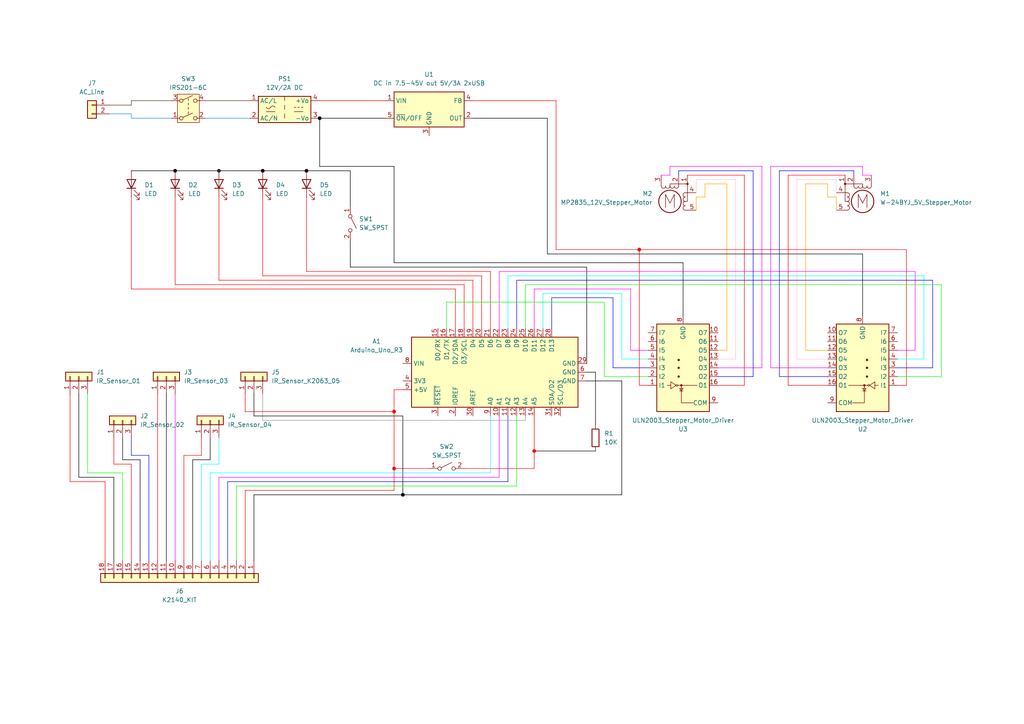
<source format=kicad_sch>
(kicad_sch (version 20250114) (generator "eeschema") (generator_version "9.0")
  (paper "A4")
  (title_block (title "Light polution project schema") (date "2025-02-22"))
  (lib_symbols
    (symbol "Connector_Generic:Conn_01x02" (pin_names (offset 1.016) (hide yes))
      (property "Reference" "J" (at 0 2.54 0))
      (property "Value" "Conn_01x02" (at 0 -5.08 0))
      (symbol "Conn_01x02_1_1"
        (rectangle (start -1.27 1.27) (end 1.27 -3.81) (stroke (width 0.254)) (fill (type background)))
        (rectangle (start -1.27 0.127) (end 0 -0.127) (stroke (width 0.1524)))
        (rectangle (start -1.27 -2.413) (end 0 -2.667) (stroke (width 0.1524)))
        (pin passive line (at -5.08 0 0) (length 3.81) (name "Pin_1") (number "1"))
        (pin passive line (at -5.08 -2.54 0) (length 3.81) (name "Pin_2") (number "2"))
      )
    )
    (symbol "Connector_Generic:Conn_01x03" (pin_names (offset 1.016) (hide yes))
      (property "Reference" "J" (at 0 5.08 0))
      (property "Value" "Conn_01x03" (at 0 -5.08 0))
      (symbol "Conn_01x03_1_1"
        (rectangle (start -1.27 3.81) (end 1.27 -3.81) (stroke (width 0.254)) (fill (type background)))
        (rectangle (start -1.27 2.667) (end 0 2.413) (stroke (width 0.1524)))
        (rectangle (start -1.27 0.127) (end 0 -0.127) (stroke (width 0.1524)))
        (rectangle (start -1.27 -2.413) (end 0 -2.667) (stroke (width 0.1524)))
        (pin passive line (at -5.08 2.54 0) (length 3.81) (name "Pin_1") (number "1"))
        (pin passive line (at -5.08 0 0) (length 3.81) (name "Pin_2") (number "2"))
        (pin passive line (at -5.08 -2.54 0) (length 3.81) (name "Pin_3") (number "3"))
      )
    )
    (symbol "Connector_Generic:Conn_01x18" (pin_names (offset 1.016) (hide yes))
      (property "Reference" "J" (at 0 22.86 0))
      (property "Value" "Conn_01x18" (at 0 -25.4 0))
      (symbol "Conn_01x18_1_1"
        (rectangle (start -1.27 21.59) (end 1.27 -24.13) (stroke (width 0.254)) (fill (type background)))
        (rectangle (start -1.27 20.447) (end 0 20.193) (stroke (width 0.1524)))
        (rectangle (start -1.27 17.907) (end 0 17.653) (stroke (width 0.1524)))
        (rectangle (start -1.27 15.367) (end 0 15.113) (stroke (width 0.1524)))
        (rectangle (start -1.27 12.827) (end 0 12.573) (stroke (width 0.1524)))
        (rectangle (start -1.27 10.287) (end 0 10.033) (stroke (width 0.1524)))
        (rectangle (start -1.27 7.747) (end 0 7.493) (stroke (width 0.1524)))
        (rectangle (start -1.27 5.207) (end 0 4.953) (stroke (width 0.1524)))
        (rectangle (start -1.27 2.667) (end 0 2.413) (stroke (width 0.1524)))
        (rectangle (start -1.27 0.127) (end 0 -0.127) (stroke (width 0.1524)))
        (rectangle (start -1.27 -2.413) (end 0 -2.667) (stroke (width 0.1524)))
        (rectangle (start -1.27 -4.953) (end 0 -5.207) (stroke (width 0.1524)))
        (rectangle (start -1.27 -7.493) (end 0 -7.747) (stroke (width 0.1524)))
        (rectangle (start -1.27 -10.033) (end 0 -10.287) (stroke (width 0.1524)))
        (rectangle (start -1.27 -12.573) (end 0 -12.827) (stroke (width 0.1524)))
        (rectangle (start -1.27 -15.113) (end 0 -15.367) (stroke (width 0.1524)))
        (rectangle (start -1.27 -17.653) (end 0 -17.907) (stroke (width 0.1524)))
        (rectangle (start -1.27 -20.193) (end 0 -20.447) (stroke (width 0.1524)))
        (rectangle (start -1.27 -22.733) (end 0 -22.987) (stroke (width 0.1524)))
        (pin passive line (at -5.08 20.32 0) (length 3.81) (name "Pin_1") (number "1"))
        (pin passive line (at -5.08 17.78 0) (length 3.81) (name "Pin_2") (number "2"))
        (pin passive line (at -5.08 15.24 0) (length 3.81) (name "Pin_3") (number "3"))
        (pin passive line (at -5.08 12.7 0) (length 3.81) (name "Pin_4") (number "4"))
        (pin passive line (at -5.08 10.16 0) (length 3.81) (name "Pin_5") (number "5"))
        (pin passive line (at -5.08 7.62 0) (length 3.81) (name "Pin_6") (number "6"))
        (pin passive line (at -5.08 5.08 0) (length 3.81) (name "Pin_7") (number "7"))
        (pin passive line (at -5.08 2.54 0) (length 3.81) (name "Pin_8") (number "8"))
        (pin passive line (at -5.08 0 0) (length 3.81) (name "Pin_9") (number "9"))
        (pin passive line (at -5.08 -2.54 0) (length 3.81) (name "Pin_10") (number "10"))
        (pin passive line (at -5.08 -5.08 0) (length 3.81) (name "Pin_11") (number "11"))
        (pin passive line (at -5.08 -7.62 0) (length 3.81) (name "Pin_12") (number "12"))
        (pin passive line (at -5.08 -10.16 0) (length 3.81) (name "Pin_13") (number "13"))
        (pin passive line (at -5.08 -12.7 0) (length 3.81) (name "Pin_14") (number "14"))
        (pin passive line (at -5.08 -15.24 0) (length 3.81) (name "Pin_15") (number "15"))
        (pin passive line (at -5.08 -17.78 0) (length 3.81) (name "Pin_16") (number "16"))
        (pin passive line (at -5.08 -20.32 0) (length 3.81) (name "Pin_17") (number "17"))
        (pin passive line (at -5.08 -22.86 0) (length 3.81) (name "Pin_18") (number "18"))
      )
    )
    (symbol "Converter_ACDC:IRM-20-12"
      (property "Reference" "PS" (at 0 5.08 0))
      (property "Value" "IRM-20-12" (at 0 -5.08 0))
      (symbol "IRM-20-12_0_1"
        (rectangle (start -7.62 3.81) (end 7.62 -3.81) (stroke (width 0.254)) (fill (type background)))
        (polyline (pts (xy -5.334 -0.635) (xy -2.794 -0.635)))
        (arc (start -4.064 0.635) (mid -4.699 0.2495) (end -5.334 0.635))
        (arc (start -4.064 0.635) (mid -3.429 1.0072) (end -2.794 0.635))
        (polyline (pts (xy 0 3.81) (xy 0 2.54)))
        (polyline (pts (xy 0 1.27) (xy 0 0)))
        (polyline (pts (xy 0 -1.27) (xy 0 -2.54)))
        (polyline (pts (xy 2.794 0.635) (xy 3.302 0.635)))
        (polyline (pts (xy 2.794 -0.635) (xy 5.334 -0.635)))
        (polyline (pts (xy 3.81 0.635) (xy 4.318 0.635)))
        (polyline (pts (xy 4.826 0.635) (xy 5.334 0.635)))
      )
      (symbol "IRM-20-12_1_1"
        (pin power_in line (at -10.16 2.54 0) (length 2.54) (name "AC/L") (number "1"))
        (pin power_in line (at -10.16 -2.54 0) (length 2.54) (name "AC/N") (number "2"))
        (pin power_out line (at 10.16 2.54 180) (length 2.54) (name "+Vo") (number "4"))
        (pin power_out line (at 10.16 -2.54 180) (length 2.54) (name "-Vo") (number "3"))
      )
    )
    (symbol "Device:LED" (pin_numbers (hide yes)) (pin_names (offset 1.016) (hide yes))
      (property "Reference" "D" (at 0 2.54 0))
      (property "Value" "LED" (at 0 -2.54 0))
      (symbol "LED_0_1"
        (polyline (pts (xy -3.048 -0.762) (xy -4.572 -2.286) (xy -3.81 -2.286) (xy -4.572 -2.286) (xy -4.572 -1.524)))
        (polyline (pts (xy -1.778 -0.762) (xy -3.302 -2.286) (xy -2.54 -2.286) (xy -3.302 -2.286) (xy -3.302 -1.524)))
        (polyline (pts (xy -1.27 0) (xy 1.27 0)))
        (polyline (pts (xy -1.27 -1.27) (xy -1.27 1.27)) (stroke (width 0.254)))
        (polyline (pts (xy 1.27 -1.27) (xy 1.27 1.27) (xy -1.27 0) (xy 1.27 -1.27)) (stroke (width 0.254)))
      )
      (symbol "LED_1_1"
        (pin passive line (at -3.81 0 0) (length 2.54) (name "K") (number "1"))
        (pin passive line (at 3.81 0 180) (length 2.54) (name "A") (number "2"))
      )
    )
    (symbol "Device:R" (pin_numbers (hide yes)) (pin_names (offset 0))
      (property "Reference" "R" (at 2.032 0 90))
      (property "Value" "R" (at 0 0 90))
      (symbol "R_0_1"
        (rectangle (start -1.016 -2.54) (end 1.016 2.54) (stroke (width 0.254)))
      )
      (symbol "R_1_1"
        (pin passive line (at 0 3.81 270) (length 1.27) (name "~") (number "1"))
        (pin passive line (at 0 -3.81 90) (length 1.27) (name "~") (number "2"))
      )
    )
    (symbol "LED_1" (pin_numbers (hide yes)) (pin_names (offset 1.016) (hide yes))
      (property "Reference" "D" (at 0 2.54 0))
      (property "Value" "LED" (at 0 -2.54 0))
      (symbol "LED_1_0_1"
        (polyline (pts (xy -3.048 -0.762) (xy -4.572 -2.286) (xy -3.81 -2.286) (xy -4.572 -2.286) (xy -4.572 -1.524)))
        (polyline (pts (xy -1.778 -0.762) (xy -3.302 -2.286) (xy -2.54 -2.286) (xy -3.302 -2.286) (xy -3.302 -1.524)))
        (polyline (pts (xy -1.27 0) (xy 1.27 0)))
        (polyline (pts (xy -1.27 -1.27) (xy -1.27 1.27)) (stroke (width 0.254)))
        (polyline (pts (xy 1.27 -1.27) (xy 1.27 1.27) (xy -1.27 0) (xy 1.27 -1.27)) (stroke (width 0.254)))
      )
      (symbol "LED_1_1_1"
        (pin passive line (at -3.81 0 0) (length 2.54) (name "K") (number "1"))
        (pin passive line (at 3.81 0 180) (length 2.54) (name "A") (number "2"))
      )
    )
    (symbol "MCU_Module:Arduino_Leonardo"
      (property "Reference" "A" (at -10.16 23.495 0))
      (property "Value" "Arduino_Leonardo" (at 5.08 -26.67 0))
      (symbol "Arduino_Leonardo_0_1"
        (rectangle (start -10.16 22.86) (end 10.16 -25.4) (stroke (width 0.254)) (fill (type background)))
      )
      (symbol "Arduino_Leonardo_1_1"
        (pin bidirectional line (at -12.7 15.24 0) (length 2.54) (name "D0/RX") (number "15"))
        (pin bidirectional line (at -12.7 12.7 0) (length 2.54) (name "D1/TX") (number "16"))
        (pin bidirectional line (at -12.7 10.16 0) (length 2.54) (name "D2/SDA") (number "17"))
        (pin bidirectional line (at -12.7 7.62 0) (length 2.54) (name "D3/SCL") (number "18"))
        (pin bidirectional line (at -12.7 5.08 0) (length 2.54) (name "D4") (number "19"))
        (pin bidirectional line (at -12.7 2.54 0) (length 2.54) (name "D5") (number "20"))
        (pin bidirectional line (at -12.7 0 0) (length 2.54) (name "D6") (number "21"))
        (pin bidirectional line (at -12.7 -2.54 0) (length 2.54) (name "D7") (number "22"))
        (pin bidirectional line (at -12.7 -5.08 0) (length 2.54) (name "D8") (number "23"))
        (pin bidirectional line (at -12.7 -7.62 0) (length 2.54) (name "D9") (number "24"))
        (pin bidirectional line (at -12.7 -10.16 0) (length 2.54) (name "D10") (number "25"))
        (pin bidirectional line (at -12.7 -12.7 0) (length 2.54) (name "D11") (number "26"))
        (pin bidirectional line (at -12.7 -15.24 0) (length 2.54) (name "D12") (number "27"))
        (pin bidirectional line (at -12.7 -17.78 0) (length 2.54) (name "D13") (number "28"))
        (pin no_connect line (at -10.16 -20.32 0) (length 2.54) (hide yes) (name "NC") (number "1"))
        (pin power_in line (at -2.54 25.4 270) (length 2.54) (name "VIN") (number "8"))
        (pin power_in line (at -2.54 -27.94 90) (length 2.54) (name "GND") (number "29"))
        (pin power_in line (at 0 -27.94 90) (length 2.54) (name "GND") (number "6"))
        (pin power_out line (at 2.54 25.4 270) (length 2.54) (name "3V3") (number "4"))
        (pin power_in line (at 2.54 -27.94 90) (length 2.54) (name "GND") (number "7"))
        (pin power_out line (at 5.08 25.4 270) (length 2.54) (name "+5V") (number "5"))
        (pin input line (at 12.7 15.24 180) (length 2.54) (name "~{RESET}") (number "3"))
        (pin output line (at 12.7 10.16 180) (length 2.54) (name "IOREF") (number "2"))
        (pin input line (at 12.7 5.08 180) (length 2.54) (name "AREF") (number "30"))
        (pin bidirectional line (at 12.7 0 180) (length 2.54) (name "A0") (number "9"))
        (pin bidirectional line (at 12.7 -2.54 180) (length 2.54) (name "A1") (number "10"))
        (pin bidirectional line (at 12.7 -5.08 180) (length 2.54) (name "A2") (number "11"))
        (pin bidirectional line (at 12.7 -7.62 180) (length 2.54) (name "A3") (number "12"))
        (pin bidirectional line (at 12.7 -10.16 180) (length 2.54) (name "A4") (number "13"))
        (pin bidirectional line (at 12.7 -12.7 180) (length 2.54) (name "A5") (number "14"))
        (pin bidirectional line (at 12.7 -17.78 180) (length 2.54) (name "SDA/D2") (number "31"))
        (pin bidirectional line (at 12.7 -20.32 180) (length 2.54) (name "SCL/D3") (number "32"))
      )
    )
    (symbol "Motor:Stepper_Motor_unipolar_5pin" (pin_names (offset 0) (hide yes))
      (property "Reference" "M" (at 3.81 2.54 0))
      (property "Value" "Stepper_Motor_unipolar_5pin" (at 3.81 1.27 0))
      (symbol "Stepper_Motor_unipolar_5pin_0_0"
        (polyline (pts (xy -1.27 -1.778) (xy -1.27 2.032) (xy 0 -0.508) (xy 1.27 2.032) (xy 1.27 -1.778)))
      )
      (symbol "Stepper_Motor_unipolar_5pin_0_1"
        (circle (center -5.08 5.08) (radius 0.0001) (fill (type outline)))
        (circle (center -5.08 5.08) (radius 0.254) (fill (type outline)))
        (polyline (pts (xy -5.08 5.08) (xy -5.08 0) (xy -4.445 0)))
        (polyline (pts (xy -5.08 2.54) (xy -4.445 2.54)))
        (polyline (pts (xy -5.08 -2.54) (xy -4.445 -2.54)))
        (arc (start -4.445 2.54) (mid -3.8127 1.905) (end -4.445 1.27))
        (arc (start -4.445 1.27) (mid -3.8127 0.635) (end -4.445 0))
        (arc (start -4.445 0) (mid -3.8127 -0.635) (end -4.445 -1.27))
        (arc (start -4.445 -1.27) (mid -3.8127 -1.905) (end -4.445 -2.54))
        (polyline (pts (xy -2.54 4.445) (xy -2.54 5.08)))
        (arc (start -1.27 4.445) (mid -1.905 3.8127) (end -2.54 4.445))
        (arc (start 0 4.445) (mid -0.635 3.8127) (end -1.27 4.445))
        (polyline (pts (xy 0 4.445) (xy 0 5.08) (xy -5.08 5.08)))
        (circle (center 0 0) (radius 3.2512) (stroke (width 0.254)))
        (arc (start 1.27 4.445) (mid 0.635 3.8127) (end 0 4.445))
        (arc (start 2.54 4.445) (mid 1.905 3.8127) (end 1.27 4.445))
        (polyline (pts (xy 2.54 4.445) (xy 2.54 5.08)))
      )
      (symbol "Stepper_Motor_unipolar_5pin_1_1"
        (pin passive line (at -7.62 2.54 0) (length 2.54) (name "~") (number "4"))
        (pin passive line (at -7.62 -2.54 0) (length 2.54) (name "~") (number "5"))
        (pin passive line (at -5.08 7.62 270) (length 2.54) (name "~") (number "1"))
        (pin passive line (at -2.54 7.62 270) (length 2.54) (name "~") (number "2"))
        (pin passive line (at 2.54 7.62 270) (length 2.54) (name "-") (number "3"))
      )
    )
    (symbol "Regulator_Switching:LM2596S-5"
      (property "Reference" "U" (at -10.16 6.35 0))
      (property "Value" "LM2596S-5" (at 0 6.35 0))
      (symbol "LM2596S-5_0_1"
        (rectangle (start -10.16 5.08) (end 10.16 -5.08) (stroke (width 0.254)) (fill (type background)))
      )
      (symbol "LM2596S-5_1_1"
        (pin power_in line (at -12.7 2.54 0) (length 2.54) (name "VIN") (number "1"))
        (pin input line (at -12.7 -2.54 0) (length 2.54) (name "~{ON}/OFF") (number "5"))
        (pin power_in line (at 0 -7.62 90) (length 2.54) (name "GND") (number "3"))
        (pin input line (at 12.7 2.54 180) (length 2.54) (name "FB") (number "4"))
        (pin output line (at 12.7 -2.54 180) (length 2.54) (name "OUT") (number "2"))
      )
    )
    (symbol "Switch:SW_DPST" (pin_names (offset 0) (hide yes))
      (property "Reference" "SW" (at 0 6.35 0))
      (property "Value" "SW_DPST" (at 0 -5.08 0))
      (symbol "SW_DPST_0_0"
        (circle (center -2.032 2.54) (radius 0.508))
        (circle (center -2.032 -2.54) (radius 0.508))
        (polyline (pts (xy -1.524 2.794) (xy 1.27 4.064)))
        (polyline (pts (xy -1.524 -2.286) (xy 1.27 -1.016)))
        (polyline (pts (xy 0 2.54) (xy 0 3.175)))
        (polyline (pts (xy 0 1.27) (xy 0 1.905)))
        (polyline (pts (xy 0 0) (xy 0 0.635)))
        (polyline (pts (xy 0 -1.27) (xy 0 -0.635)))
        (circle (center 2.032 2.54) (radius 0.508))
        (circle (center 2.032 -2.54) (radius 0.508))
      )
      (symbol "SW_DPST_1_1"
        (rectangle (start -3.175 4.445) (end 3.175 -3.81) (fill (type background)))
        (pin passive line (at -5.08 2.54 0) (length 2.54) (name "3") (number "3"))
        (pin passive line (at -5.08 -2.54 0) (length 2.54) (name "1") (number "1"))
        (pin passive line (at 5.08 2.54 180) (length 2.54) (name "4") (number "4"))
        (pin passive line (at 5.08 -2.54 180) (length 2.54) (name "2") (number "2"))
      )
    )
    (symbol "Switch:SW_SPST" (pin_names (offset 0) (hide yes))
      (property "Reference" "SW" (at 0 3.175 0))
      (property "Value" "SW_SPST" (at 0 -2.54 0))
      (symbol "SW_SPST_0_0"
        (circle (center -2.032 0) (radius 0.508))
        (polyline (pts (xy -1.524 0.254) (xy 1.524 1.778)))
        (circle (center 2.032 0) (radius 0.508))
      )
      (symbol "SW_SPST_1_1"
        (pin passive line (at -5.08 0 0) (length 2.54) (name "A") (number "1"))
        (pin passive line (at 5.08 0 180) (length 2.54) (name "B") (number "2"))
      )
    )
    (symbol "Transistor_Array:ULN2003"
      (property "Reference" "U" (at 0 15.875 0))
      (property "Value" "ULN2003" (at 0 13.97 0))
      (symbol "ULN2003_0_1"
        (rectangle (start -7.62 -12.7) (end 7.62 12.7) (stroke (width 0.254)) (fill (type background)))
        (polyline (pts (xy -4.572 5.08) (xy -3.556 5.08)))
        (polyline (pts (xy -3.556 6.096) (xy -3.556 4.064) (xy -2.032 5.08) (xy -3.556 6.096)))
        (circle (center -1.778 5.08) (radius 0.254))
        (polyline (pts (xy -1.524 5.08) (xy 4.064 5.08)))
        (circle (center -1.27 2.54) (radius 0.254) (fill (type outline)))
        (circle (center -1.27 0) (radius 0.254) (fill (type outline)))
        (circle (center -1.27 -2.286) (radius 0.254) (fill (type outline)))
        (circle (center -0.508 5.08) (radius 0.254) (fill (type outline)))
        (polyline (pts (xy -0.508 5.08) (xy -0.508 10.16) (xy 2.921 10.16)))
        (polyline (pts (xy 0 6.731) (xy -1.016 6.731)))
        (polyline (pts (xy 0 5.969) (xy -1.016 5.969) (xy -0.508 6.731) (xy 0 5.969)))
      )
      (symbol "ULN2003_1_1"
        (pin input line (at -10.16 5.08 0) (length 2.54) (name "I1") (number "1"))
        (pin input line (at -10.16 2.54 0) (length 2.54) (name "I2") (number "2"))
        (pin input line (at -10.16 0 0) (length 2.54) (name "I3") (number "3"))
        (pin input line (at -10.16 -2.54 0) (length 2.54) (name "I4") (number "4"))
        (pin input line (at -10.16 -5.08 0) (length 2.54) (name "I5") (number "5"))
        (pin input line (at -10.16 -7.62 0) (length 2.54) (name "I6") (number "6"))
        (pin input line (at -10.16 -10.16 0) (length 2.54) (name "I7") (number "7"))
        (pin power_in line (at 0 -15.24 90) (length 2.54) (name "GND") (number "8"))
        (pin passive line (at 10.16 10.16 180) (length 2.54) (name "COM") (number "9"))
        (pin open_collector line (at 10.16 5.08 180) (length 2.54) (name "O1") (number "16"))
        (pin open_collector line (at 10.16 2.54 180) (length 2.54) (name "O2") (number "15"))
        (pin open_collector line (at 10.16 0 180) (length 2.54) (name "O3") (number "14"))
        (pin open_collector line (at 10.16 -2.54 180) (length 2.54) (name "O4") (number "13"))
        (pin open_collector line (at 10.16 -5.08 180) (length 2.54) (name "O5") (number "12"))
        (pin open_collector line (at 10.16 -7.62 180) (length 2.54) (name "O6") (number "11"))
        (pin open_collector line (at 10.16 -10.16 180) (length 2.54) (name "O7") (number "10"))
      )
    )
  )
  (junction (at 50.8 49.53) (color 0 0 0 1))
  (junction (at 114.3 135.89) (color 255 0 0 1))
  (junction (at 88.9 49.53) (color 0 0 0 1))
  (junction (at 154.94 130.81) (color 255 0 0 1))
  (junction (at 63.5 49.53) (color 30 30 30 1))
  (junction (at 185.42 72.39) (color 255 0 0 1))
  (junction (at 114.3 119.38) (color 255 0 0 1))
  (junction (at 92.71 34.29) (color 0 0 0 1))
  (junction (at 76.2 49.53) (color 0 0 0 1))
  (junction (at 116.84 143.51) (color 0 0 0 1))
  (wire (pts (xy 59.69 34.29) (xy 72.39 34.29)) (stroke (width 0) (color 30 144 255 1)))
  (wire (pts (xy 196.85 50.8) (xy 196.85 49.53)) (stroke (width 0) (color 0 0 255 1)))
  (wire (pts (xy 33.02 127) (xy 33.02 134.62)) (stroke (width 0) (color 255 0 0 1)))
  (wire (pts (xy 114.3 48.26) (xy 92.71 48.26)) (stroke (width 0) (color 0 0 0 1)))
  (wire (pts (xy 170.18 107.95) (xy 172.72 107.95)) (stroke (width 0) (color 0 0 0 1)))
  (wire (pts (xy 22.86 114.3) (xy 22.86 138.43)) (stroke (width 0) (color 0 0 0 1)))
  (wire (pts (xy 182.88 83.82) (xy 182.88 101.6)) (stroke (width 0) (color 255 0 255 1)))
  (wire (pts (xy 177.8 106.68) (xy 187.96 106.68)) (stroke (width 0) (color 0 0 255 1)))
  (wire (pts (xy 208.28 111.76) (xy 215.9 111.76)) (stroke (width 0) (color 255 0 0 1)))
  (wire (pts (xy 215.9 50.8) (xy 215.9 111.76)) (stroke (width 0) (color 255 0 0 1)))
  (wire (pts (xy 88.9 57.15) (xy 88.9 78.74)) (stroke (width 0) (color 255 0 0 1)))
  (wire (pts (xy 20.32 114.3) (xy 20.32 139.7)) (stroke (width 0) (color 255 0 0 1)))
  (wire (pts (xy 157.48 85.09) (xy 157.48 95.25)) (stroke (width 0) (color 0 255 255 1)))
  (wire (pts (xy 154.94 120.65) (xy 154.94 130.81)) (stroke (width 0) (color 255 0 0 1)))
  (wire (pts (xy 66.04 162.56) (xy 66.04 139.7)) (stroke (width 0) (color 0 0 255 1)))
  (wire (pts (xy 147.32 120.65) (xy 147.32 139.7)) (stroke (width 0) (color 0 0 255 1)))
  (wire (pts (xy 242.57 52.07) (xy 242.57 55.88)) (stroke (width 0) (color 255 192 203 1)))
  (wire (pts (xy 250.19 73.66) (xy 250.19 91.44)) (stroke (width 0) (color 0 0 0 1)))
  (wire (pts (xy 38.1 132.08) (xy 43.18 132.08)) (stroke (width 0) (color 0 0 255 1)))
  (wire (pts (xy 58.42 127) (xy 58.42 132.08)) (stroke (width 0) (color 255 0 0 1)))
  (wire (pts (xy 226.06 49.53) (xy 226.06 109.22)) (stroke (width 0) (color 0 0 255 1)))
  (wire (pts (xy 175.26 87.63) (xy 129.54 87.63)) (stroke (width 0) (color 0 255 0 1)))
  (wire (pts (xy 101.6 49.53) (xy 101.6 59.69)) (stroke (width 0) (color 0 0 0 1)))
  (wire (pts (xy 53.34 132.08) (xy 53.34 162.56)) (stroke (width 0) (color 255 0 0 1)))
  (wire (pts (xy 228.6 111.76) (xy 240.03 111.76)) (stroke (width 0) (color 255 0 0 1)))
  (wire (pts (xy 38.1 134.62) (xy 38.1 162.56)) (stroke (width 0) (color 255 0 0 1)))
  (wire (pts (xy 134.62 82.55) (xy 134.62 95.25)) (stroke (width 0) (color 255 0 0 1)))
  (wire (pts (xy 201.93 57.15) (xy 201.93 60.96)) (stroke (width 0) (color 255 165 0 1)))
  (wire (pts (xy 226.06 109.22) (xy 240.03 109.22)) (stroke (width 0) (color 0 0 255 1)))
  (wire (pts (xy 139.7 80.01) (xy 76.2 80.01)) (stroke (width 0) (color 255 0 0 1)))
  (wire (pts (xy 177.8 86.36) (xy 177.8 106.68)) (stroke (width 0) (color 0 0 255 1)))
  (wire (pts (xy 201.93 52.07) (xy 213.36 52.07)) (stroke (width 0) (color 255 192 203 1)))
  (wire (pts (xy 196.85 49.53) (xy 218.44 49.53)) (stroke (width 0) (color 0 0 255 1)))
  (wire (pts (xy 170.18 77.47) (xy 170.18 105.41)) (stroke (width 0) (color 0 0 0 1)))
  (wire (pts (xy 270.51 81.28) (xy 270.51 106.68)) (stroke (width 0) (color 0 0 255 1)))
  (wire (pts (xy 38.1 34.29) (xy 49.53 34.29)) (stroke (width 0) (color 30 144 255 1)))
  (wire (pts (xy 180.34 143.51) (xy 180.34 110.49)) (stroke (width 0) (color 0 0 0 1)))
  (wire (pts (xy 218.44 49.53) (xy 218.44 109.22)) (stroke (width 0) (color 0 0 255 1)))
  (wire (pts (xy 228.6 50.8) (xy 228.6 111.76)) (stroke (width 0) (color 255 0 0 1)))
  (wire (pts (xy 180.34 85.09) (xy 180.34 104.14)) (stroke (width 0) (color 0 255 255 1)))
  (wire (pts (xy 175.26 109.22) (xy 187.96 109.22)) (stroke (width 0) (color 0 255 0 1)))
  (wire (pts (xy 76.2 114.3) (xy 76.2 121.92)) (stroke (width 0) (color 150 150 150 1)))
  (wire (pts (xy 194.31 48.26) (xy 194.31 50.8)) (stroke (width 0) (color 255 0 255 1)))
  (wire (pts (xy 76.2 80.01) (xy 76.2 57.15)) (stroke (width 0) (color 255 0 0 1)))
  (wire (pts (xy 58.42 134.62) (xy 58.42 162.56)) (stroke (width 0) (color 0 255 255 1)))
  (wire (pts (xy 92.71 29.21) (xy 111.76 29.21)) (stroke (width 0) (color 255 0 0 1)))
  (wire (pts (xy 38.1 29.21) (xy 49.53 29.21)) (stroke (width 0) (color 88 57 39 1)))
  (wire (pts (xy 194.31 50.8) (xy 191.77 50.8)) (stroke (width 0) (color 255 0 255 1)))
  (wire (pts (xy 260.35 101.6) (xy 265.43 101.6)) (stroke (width 0) (color 255 0 255 1)))
  (wire (pts (xy 185.42 72.39) (xy 185.42 111.76)) (stroke (width 0) (color 255 0 0 1)))
  (wire (pts (xy 88.9 78.74) (xy 142.24 78.74)) (stroke (width 0) (color 255 0 0 1)))
  (wire (pts (xy 247.65 49.53) (xy 226.06 49.53)) (stroke (width 0) (color 0 0 255 1)))
  (wire (pts (xy 154.94 83.82) (xy 154.94 95.25)) (stroke (width 0) (color 255 0 255 1)))
  (wire (pts (xy 240.03 57.15) (xy 242.57 57.15)) (stroke (width 0) (color 255 165 0 1)))
  (wire (pts (xy 38.1 127) (xy 38.1 132.08)) (stroke (width 0) (color 0 0 255 1)))
  (wire (pts (xy 66.04 139.7) (xy 147.32 139.7)) (stroke (width 0) (color 0 0 255 1)))
  (wire (pts (xy 245.11 50.8) (xy 228.6 50.8)) (stroke (width 0) (color 255 0 0 1)))
  (wire (pts (xy 73.66 162.56) (xy 73.66 143.51)) (stroke (width 0) (color 0 0 0 1)))
  (wire (pts (xy 160.02 86.36) (xy 160.02 95.25)) (stroke (width 0) (color 0 0 255 1)))
  (wire (pts (xy 208.28 106.68) (xy 220.98 106.68)) (stroke (width 0) (color 255 0 255 1)))
  (wire (pts (xy 242.57 52.07) (xy 231.14 52.07)) (stroke (width 0) (color 255 192 203 1)))
  (wire (pts (xy 101.6 69.85) (xy 101.6 77.47)) (stroke (width 0) (color 0 0 0 1)))
  (wire (pts (xy 213.36 52.07) (xy 213.36 104.14)) (stroke (width 0) (color 255 192 203 1)))
  (wire (pts (xy 73.66 114.3) (xy 73.66 120.65)) (stroke (width 0) (color 0 0 0 1)))
  (wire (pts (xy 38.1 34.29) (xy 38.1 33.02)) (stroke (width 0) (color 30 144 255 1)))
  (wire (pts (xy 262.89 72.39) (xy 262.89 111.76)) (stroke (width 0) (color 255 0 0 1)))
  (wire (pts (xy 160.02 86.36) (xy 177.8 86.36)) (stroke (width 0) (color 0 0 255 1)))
  (wire (pts (xy 154.94 83.82) (xy 182.88 83.82)) (stroke (width 0) (color 255 0 255 1)))
  (wire (pts (xy 114.3 119.38) (xy 114.3 113.03)) (stroke (width 0) (color 255 0 0 1)))
  (wire (pts (xy 185.42 72.39) (xy 161.29 72.39)) (stroke (width 0) (color 255 0 0 1)))
  (wire (pts (xy 223.52 48.26) (xy 223.52 106.68)) (stroke (width 0) (color 255 0 255 1)))
  (wire (pts (xy 50.8 114.3) (xy 50.8 162.56)) (stroke (width 0) (color 255 0 255 1)))
  (wire (pts (xy 262.89 72.39) (xy 185.42 72.39)) (stroke (width 0) (color 255 0 0 1)))
  (wire (pts (xy 92.71 34.29) (xy 111.76 34.29)) (stroke (width 0) (color 0 0 0 1)))
  (wire (pts (xy 40.64 133.35) (xy 40.64 162.56)) (stroke (width 0) (color 0 0 0 1)))
  (wire (pts (xy 35.56 137.16) (xy 35.56 162.56)) (stroke (width 0) (color 0 255 0 1)))
  (wire (pts (xy 45.72 114.3) (xy 45.72 162.56)) (stroke (width 0) (color 255 0 0 1)))
  (wire (pts (xy 158.75 73.66) (xy 250.19 73.66)) (stroke (width 0) (color 0 0 0 1)))
  (wire (pts (xy 38.1 49.53) (xy 50.8 49.53)) (stroke (width 0) (color 0 0 0 1)))
  (wire (pts (xy 114.3 113.03) (xy 116.84 113.03)) (stroke (width 0) (color 255 0 0 1)))
  (wire (pts (xy 152.4 82.55) (xy 152.4 95.25)) (stroke (width 0) (color 0 255 0 1)))
  (wire (pts (xy 43.18 132.08) (xy 43.18 162.56)) (stroke (width 0) (color 0 0 255 1)))
  (wire (pts (xy 31.75 33.02) (xy 38.1 33.02)) (stroke (width 0) (color 30 144 255 1)))
  (wire (pts (xy 63.5 138.43) (xy 63.5 162.56)) (stroke (width 0) (color 255 0 255 1)))
  (wire (pts (xy 149.86 81.28) (xy 149.86 95.25)) (stroke (width 0) (color 0 0 255 1)))
  (wire (pts (xy 233.68 53.34) (xy 233.68 101.6)) (stroke (width 0) (color 255 165 0 1)))
  (wire (pts (xy 63.5 81.28) (xy 137.16 81.28)) (stroke (width 0) (color 255 0 0 1)))
  (wire (pts (xy 137.16 34.29) (xy 158.75 34.29)) (stroke (width 0) (color 0 0 0 1)))
  (wire (pts (xy 68.58 140.97) (xy 68.58 162.56)) (stroke (width 0) (color 0 255 0 1)))
  (wire (pts (xy 63.5 49.53) (xy 76.2 49.53)) (stroke (width 0) (color 0 0 0 1)))
  (wire (pts (xy 260.35 109.22) (xy 273.05 109.22)) (stroke (width 0) (color 0 255 0 1)))
  (wire (pts (xy 260.35 111.76) (xy 262.89 111.76)) (stroke (width 0) (color 255 0 0 1)))
  (wire (pts (xy 240.03 53.34) (xy 240.03 57.15)) (stroke (width 0) (color 255 165 0 1)))
  (wire (pts (xy 76.2 49.53) (xy 88.9 49.53)) (stroke (width 0) (color 0 0 0 1)))
  (wire (pts (xy 201.93 55.88) (xy 201.93 52.07)) (stroke (width 0) (color 255 192 203 1)))
  (wire (pts (xy 35.56 127) (xy 35.56 133.35)) (stroke (width 0) (color 0 0 0 1)))
  (wire (pts (xy 48.26 114.3) (xy 48.26 162.56)) (stroke (width 0) (color 0 0 0 1)))
  (wire (pts (xy 182.88 101.6) (xy 187.96 101.6)) (stroke (width 0) (color 255 0 255 1)))
  (wire (pts (xy 144.78 120.65) (xy 144.78 138.43)) (stroke (width 0) (color 255 0 255 1)))
  (wire (pts (xy 73.66 120.65) (xy 116.84 120.65)) (stroke (width 0) (color 0 0 0 1)))
  (wire (pts (xy 20.32 139.7) (xy 30.48 139.7)) (stroke (width 0) (color 255 0 0 1)))
  (wire (pts (xy 132.08 83.82) (xy 132.08 95.25)) (stroke (width 0) (color 255 0 0 1)))
  (wire (pts (xy 114.3 142.24) (xy 114.3 135.89)) (stroke (width 0) (color 255 0 0 1)))
  (wire (pts (xy 129.54 87.63) (xy 129.54 95.25)) (stroke (width 0) (color 0 255 0 1)))
  (wire (pts (xy 265.43 101.6) (xy 265.43 78.74)) (stroke (width 0) (color 255 0 255 1)))
  (wire (pts (xy 198.12 91.44) (xy 198.12 76.2)) (stroke (width 0) (color 0 0 0 1)))
  (wire (pts (xy 250.19 48.26) (xy 223.52 48.26)) (stroke (width 0) (color 255 0 255 1)))
  (wire (pts (xy 50.8 49.53) (xy 63.5 49.53)) (stroke (width 0) (color 0 0 0 1)))
  (wire (pts (xy 55.88 133.35) (xy 55.88 162.56)) (stroke (width 0) (color 0 0 0 1)))
  (wire (pts (xy 58.42 132.08) (xy 53.34 132.08)) (stroke (width 0) (color 255 0 0 1)))
  (wire (pts (xy 71.12 119.38) (xy 114.3 119.38)) (stroke (width 0) (color 255 0 0 1)))
  (wire (pts (xy 22.86 138.43) (xy 33.02 138.43)) (stroke (width 0) (color 0 0 0 1)))
  (wire (pts (xy 142.24 78.74) (xy 142.24 95.25)) (stroke (width 0) (color 255 0 0 1)))
  (wire (pts (xy 152.4 120.65) (xy 152.4 121.92)) (stroke (width 0) (color 150 150 150 1)))
  (wire (pts (xy 265.43 78.74) (xy 144.78 78.74)) (stroke (width 0) (color 255 0 255 1)))
  (wire (pts (xy 59.69 29.21) (xy 72.39 29.21)) (stroke (width 0) (color 88 57 39 1)))
  (wire (pts (xy 30.48 139.7) (xy 30.48 162.56)) (stroke (width 0) (color 255 0 0 1)))
  (wire (pts (xy 137.16 81.28) (xy 137.16 95.25)) (stroke (width 0) (color 255 0 0 1)))
  (wire (pts (xy 142.24 137.16) (xy 142.24 120.65)) (stroke (width 0) (color 0 255 255 1)))
  (wire (pts (xy 60.96 162.56) (xy 60.96 137.16)) (stroke (width 0) (color 0 255 255 1)))
  (wire (pts (xy 213.36 104.14) (xy 208.28 104.14)) (stroke (width 0) (color 255 192 203 1)))
  (wire (pts (xy 114.3 76.2) (xy 114.3 48.26)) (stroke (width 0) (color 0 0 0 1)))
  (wire (pts (xy 149.86 140.97) (xy 68.58 140.97)) (stroke (width 0) (color 0 255 0 1)))
  (wire (pts (xy 220.98 48.26) (xy 220.98 106.68)) (stroke (width 0) (color 255 0 255 1)))
  (wire (pts (xy 63.5 57.15) (xy 63.5 81.28)) (stroke (width 0) (color 255 0 0 1)))
  (wire (pts (xy 233.68 101.6) (xy 240.03 101.6)) (stroke (width 0) (color 255 165 0 1)))
  (wire (pts (xy 157.48 85.09) (xy 180.34 85.09)) (stroke (width 0) (color 0 255 255 1)))
  (wire (pts (xy 204.47 57.15) (xy 204.47 53.34)) (stroke (width 0) (color 255 165 0 1)))
  (wire (pts (xy 116.84 143.51) (xy 180.34 143.51)) (stroke (width 0) (color 0 0 0 1)))
  (wire (pts (xy 71.12 142.24) (xy 114.3 142.24)) (stroke (width 0) (color 255 0 0 1)))
  (wire (pts (xy 144.78 78.74) (xy 144.78 95.25)) (stroke (width 0) (color 255 0 255 1)))
  (wire (pts (xy 33.02 138.43) (xy 33.02 162.56)) (stroke (width 0) (color 0 0 0 1)))
  (wire (pts (xy 35.56 133.35) (xy 40.64 133.35)) (stroke (width 0) (color 0 0 0 1)))
  (wire (pts (xy 250.19 50.8) (xy 250.19 48.26)) (stroke (width 0) (color 255 0 255 1)))
  (wire (pts (xy 220.98 48.26) (xy 194.31 48.26)) (stroke (width 0) (color 255 0 255 1)))
  (wire (pts (xy 172.72 107.95) (xy 172.72 123.19)) (stroke (width 0) (color 0 0 0 1)))
  (wire (pts (xy 73.66 143.51) (xy 116.84 143.51)) (stroke (width 0) (color 0 0 0 1)))
  (wire (pts (xy 231.14 104.14) (xy 240.03 104.14)) (stroke (width 0) (color 255 192 203 1)))
  (wire (pts (xy 152.4 82.55) (xy 273.05 82.55)) (stroke (width 0) (color 0 255 0 1)))
  (wire (pts (xy 208.28 109.22) (xy 218.44 109.22)) (stroke (width 0) (color 0 0 255 1)))
  (wire (pts (xy 260.35 104.14) (xy 267.97 104.14)) (stroke (width 0) (color 0 255 255 1)))
  (wire (pts (xy 260.35 106.68) (xy 270.51 106.68)) (stroke (width 0) (color 0 0 255 1)))
  (wire (pts (xy 154.94 130.81) (xy 154.94 135.89)) (stroke (width 0) (color 255 0 0 1)))
  (wire (pts (xy 25.4 137.16) (xy 35.56 137.16)) (stroke (width 0) (color 0 255 0 1)))
  (wire (pts (xy 175.26 109.22) (xy 175.26 87.63)) (stroke (width 0) (color 0 255 0 1)))
  (wire (pts (xy 180.34 104.14) (xy 187.96 104.14)) (stroke (width 0) (color 0 255 255 1)))
  (wire (pts (xy 134.62 135.89) (xy 154.94 135.89)) (stroke (width 0) (color 255 0 0 1)))
  (wire (pts (xy 71.12 162.56) (xy 71.12 142.24)) (stroke (width 0) (color 255 0 0 1)))
  (wire (pts (xy 201.93 57.15) (xy 204.47 57.15)) (stroke (width 0) (color 255 165 0 1)))
  (wire (pts (xy 50.8 57.15) (xy 50.8 82.55)) (stroke (width 0) (color 255 0 0 1)))
  (wire (pts (xy 270.51 81.28) (xy 149.86 81.28)) (stroke (width 0) (color 0 0 255 1)))
  (wire (pts (xy 149.86 120.65) (xy 149.86 140.97)) (stroke (width 0) (color 0 255 0 1)))
  (wire (pts (xy 210.82 53.34) (xy 210.82 101.6)) (stroke (width 0) (color 255 165 0 1)))
  (wire (pts (xy 38.1 83.82) (xy 132.08 83.82)) (stroke (width 0) (color 255 0 0 1)))
  (wire (pts (xy 198.12 76.2) (xy 114.3 76.2)) (stroke (width 0) (color 0 0 0 1)))
  (wire (pts (xy 71.12 114.3) (xy 71.12 119.38)) (stroke (width 0) (color 255 0 0 1)))
  (wire (pts (xy 231.14 52.07) (xy 231.14 104.14)) (stroke (width 0) (color 255 192 203 1)))
  (wire (pts (xy 38.1 57.15) (xy 38.1 83.82)) (stroke (width 0) (color 255 0 0 1)))
  (wire (pts (xy 60.96 137.16) (xy 142.24 137.16)) (stroke (width 0) (color 0 255 255 1)))
  (wire (pts (xy 114.3 135.89) (xy 114.3 119.38)) (stroke (width 0) (color 255 0 0 1)))
  (wire (pts (xy 92.71 34.29) (xy 92.71 48.26)) (stroke (width 0) (color 0 0 0 1)))
  (wire (pts (xy 161.29 72.39) (xy 161.29 29.21)) (stroke (width 0) (color 255 0 0 1)))
  (wire (pts (xy 114.3 135.89) (xy 124.46 135.89)) (stroke (width 0) (color 255 0 0 1)))
  (wire (pts (xy 31.75 30.48) (xy 38.1 30.48)) (stroke (width 0) (color 88 57 39 1)))
  (wire (pts (xy 137.16 29.21) (xy 161.29 29.21)) (stroke (width 0) (color 255 0 0 1)))
  (wire (pts (xy 247.65 50.8) (xy 247.65 49.53)) (stroke (width 0) (color 0 0 255 1)))
  (wire (pts (xy 250.19 50.8) (xy 252.73 50.8)) (stroke (width 0) (color 255 0 255 1)))
  (wire (pts (xy 240.03 53.34) (xy 233.68 53.34)) (stroke (width 0) (color 255 165 0 1)))
  (wire (pts (xy 242.57 57.15) (xy 242.57 60.96)) (stroke (width 0) (color 255 165 0 1)))
  (wire (pts (xy 88.9 49.53) (xy 101.6 49.53)) (stroke (width 0) (color 0 0 0 1)))
  (wire (pts (xy 38.1 29.21) (xy 38.1 30.48)) (stroke (width 0) (color 88 57 39 1)))
  (wire (pts (xy 147.32 80.01) (xy 267.97 80.01)) (stroke (width 0) (color 0 255 255 1)))
  (wire (pts (xy 204.47 53.34) (xy 210.82 53.34)) (stroke (width 0) (color 255 165 0 1)))
  (wire (pts (xy 63.5 134.62) (xy 58.42 134.62)) (stroke (width 0) (color 0 255 255 1)))
  (wire (pts (xy 170.18 77.47) (xy 101.6 77.47)) (stroke (width 0) (color 0 0 0 1)))
  (wire (pts (xy 147.32 80.01) (xy 147.32 95.25)) (stroke (width 0) (color 0 255 255 1)))
  (wire (pts (xy 215.9 50.8) (xy 199.39 50.8)) (stroke (width 0) (color 255 0 0 1)))
  (wire (pts (xy 63.5 127) (xy 63.5 134.62)) (stroke (width 0) (color 0 255 255 1)))
  (wire (pts (xy 60.96 133.35) (xy 55.88 133.35)) (stroke (width 0) (color 0 0 0 1)))
  (wire (pts (xy 33.02 134.62) (xy 38.1 134.62)) (stroke (width 0) (color 255 0 0 1)))
  (wire (pts (xy 50.8 82.55) (xy 134.62 82.55)) (stroke (width 0) (color 255 0 0 1)))
  (wire (pts (xy 60.96 127) (xy 60.96 133.35)) (stroke (width 0) (color 0 0 0 1)))
  (wire (pts (xy 223.52 106.68) (xy 240.03 106.68)) (stroke (width 0) (color 255 0 255 1)))
  (wire (pts (xy 144.78 138.43) (xy 63.5 138.43)) (stroke (width 0) (color 255 0 255 1)))
  (wire (pts (xy 273.05 82.55) (xy 273.05 109.22)) (stroke (width 0) (color 0 255 0 1)))
  (wire (pts (xy 170.18 110.49) (xy 180.34 110.49)) (stroke (width 0) (color 0 0 0 1)))
  (wire (pts (xy 154.94 130.81) (xy 172.72 130.81)) (stroke (width 0) (color 0 0 0 1)))
  (wire (pts (xy 187.96 111.76) (xy 185.42 111.76)) (stroke (width 0) (color 255 0 0 1)))
  (wire (pts (xy 25.4 114.3) (xy 25.4 137.16)) (stroke (width 0) (color 0 255 0 1)))
  (wire (pts (xy 116.84 120.65) (xy 116.84 143.51)) (stroke (width 0) (color 0 0 0 1)))
  (wire (pts (xy 158.75 34.29) (xy 158.75 73.66)) (stroke (width 0) (color 5 5 5 1)))
  (wire (pts (xy 76.2 121.92) (xy 152.4 121.92)) (stroke (width 0) (color 150 150 150 1)))
  (wire (pts (xy 210.82 101.6) (xy 208.28 101.6)) (stroke (width 0) (color 255 165 0 1)))
  (wire (pts (xy 267.97 80.01) (xy 267.97 104.14)) (stroke (width 0) (color 0 255 255 1)))
  (wire (pts (xy 139.7 95.25) (xy 139.7 80.01)) (stroke (width 0) (color 255 0 0 1)))
  (symbol (lib_id "MCU_Module:Arduino_Leonardo") (at 142.24 107.95 90) (mirror x) (unit 1)
    (property "Reference" "A1" (at 109.22 98.9898 90))
    (property "Value" "Arduino_Uno_R3" (at 109.22 101.5298 90))
    (property "Footprint" "Module:Arduino_UNO_R3" (effects (hide yes)))
    (property "Datasheet" "https://www.arduino.cc/en/Main/ArduinoBoardLeonardo" (effects (hide yes)))
    (property "Description" "Arduino LEONARDO Microcontroller Module" (effects (hide yes)))
  )
  (symbol (lib_id "Connector_Generic:Conn_01x18") (at 53.34 167.64 270) (unit 1)
    (property "Reference" "J6" (at 52.07 171.45 90))
    (property "Value" "K2140_KIT" (at 52.07 173.99 90))
    (property "Description" "Generic connector, single row, 01x18, script generated (kicad-library-utils/schlib/autogen/connector/)" (effects (hide yes)))
  )
  (symbol (lib_name "LED_1") (lib_id "Device:LED") (at 63.5 53.34 90) (unit 1)
    (property "Reference" "D3" (at 67.31 53.6574 90) (effects (justify right)))
    (property "Value" "LED" (at 67.31 56.1974 90) (effects (justify right)))
    (property "Description" "Light emitting diode" (effects (hide yes)))
    (property "Sim.Pins" "1=K 2=A" (effects (hide yes)))
  )
  (symbol (lib_id "Switch:SW_DPST") (at 54.61 31.75 0) (unit 1)
    (property "Reference" "SW3" (at 54.61 22.86 0))
    (property "Value" "IRS201-6C" (at 54.61 25.4 0))
    (property "Description" "Double Pole Single Throw (DPST) Switch" (effects (hide yes)))
  )
  (symbol (lib_id "Connector_Generic:Conn_01x02") (at 26.67 30.48 0) (mirror y) (unit 1)
    (property "Reference" "J7" (at 26.67 24.13 0))
    (property "Value" "AC_Line" (at 26.67 26.67 0))
    (property "Description" "Generic connector, single row, 01x02, script generated (kicad-library-utils/schlib/autogen/connector/)" (effects (hide yes)))
  )
  (symbol (lib_id "Motor:Stepper_Motor_unipolar_5pin") (at 194.31 58.42 0) (mirror y) (unit 1)
    (property "Reference" "M2" (at 189.23 56.172 0) (effects (justify left)))
    (property "Value" "MP2835_12V_Stepper_Motor" (at 189.23 58.712 0) (effects (justify left)))
    (property "Datasheet" "http://www.infineon.com/dgdl/Application-Note-TLE8110EE_driving_UniPolarStepperMotor_V1.1.pdf?fileId=db3a30431be39b97011be5d0aa0a00b0" (effects (hide yes)))
    (property "Description" "5-wire unipolar stepper motor" (effects (hide yes)))
  )
  (symbol (lib_id "Connector_Generic:Conn_01x03") (at 48.26 109.22 90) (unit 1)
    (property "Reference" "J3" (at 53.34 107.9499 90) (effects (justify right)))
    (property "Value" "IR_Sensor_03" (at 53.34 110.4899 90) (effects (justify right)))
    (property "Description" "Generic connector, single row, 01x03, script generated (kicad-library-utils/schlib/autogen/connector/)" (effects (hide yes)))
  )
  (symbol (lib_id "Device:LED") (at 76.2 53.34 90) (unit 1)
    (property "Reference" "D4" (at 80.01 53.6574 90) (effects (justify right)))
    (property "Value" "LED" (at 80.01 56.1974 90) (effects (justify right)))
    (property "Description" "Light emitting diode" (effects (hide yes)))
    (property "Sim.Pins" "1=K 2=A" (effects (hide yes)))
  )
  (symbol (lib_id "Motor:Stepper_Motor_unipolar_5pin") (at 250.19 58.42 0) (unit 1)
    (property "Reference" "M1" (at 255.27 56.172 0) (effects (justify left)))
    (property "Value" "W-24BYJ_5V_Stepper_Motor" (at 255.27 58.712 0) (effects (justify left)))
    (property "Datasheet" "http://www.infineon.com/dgdl/Application-Note-TLE8110EE_driving_UniPolarStepperMotor_V1.1.pdf?fileId=db3a30431be39b97011be5d0aa0a00b0" (effects (hide yes)))
    (property "Description" "5-wire unipolar stepper motor" (effects (hide yes)))
  )
  (symbol (lib_id "Connector_Generic:Conn_01x03") (at 60.96 121.92 90) (unit 1)
    (property "Reference" "J4" (at 66.04 120.6499 90) (effects (justify right)))
    (property "Value" "IR_Sensor_04" (at 66.04 123.1899 90) (effects (justify right)))
    (property "Description" "Generic connector, single row, 01x03, script generated (kicad-library-utils/schlib/autogen/connector/)" (effects (hide yes)))
  )
  (symbol (lib_id "Transistor_Array:ULN2003") (at 250.19 106.68 180) (unit 1)
    (property "Reference" "U2" (at 250.19 124.46 0))
    (property "Value" "ULN2003_Stepper_Motor_Driver" (at 250.19 121.92 0))
    (property "Datasheet" "http://www.ti.com/lit/ds/symlink/uln2003a.pdf" (effects (hide yes)))
    (property "Description" "High Voltage, High Current Darlington Transistor Arrays, SOIC16/SOIC16W/DIP16/TSSOP16" (effects (hide yes)))
  )
  (symbol (lib_id "Device:LED") (at 50.8 53.34 90) (unit 1)
    (property "Reference" "D2" (at 54.61 53.6574 90) (effects (justify right)))
    (property "Value" "LED" (at 54.61 56.1974 90) (effects (justify right)))
    (property "Description" "Light emitting diode" (effects (hide yes)))
    (property "Sim.Pins" "1=K 2=A" (effects (hide yes)))
  )
  (symbol (lib_id "Device:LED") (at 88.9 53.34 90) (unit 1)
    (property "Reference" "D5" (at 92.71 53.6574 90) (effects (justify right)))
    (property "Value" "LED" (at 92.71 56.1974 90) (effects (justify right)))
    (property "Description" "Light emitting diode" (effects (hide yes)))
    (property "Sim.Pins" "1=K 2=A" (effects (hide yes)))
  )
  (symbol (lib_id "Regulator_Switching:LM2596S-5") (at 124.46 31.75 0) (unit 1)
    (property "Reference" "U1" (at 124.46 21.59 0))
    (property "Value" "DC in 7.5-45V out 5V/3A 2xUSB" (at 124.46 24.13 0))
    (property "Footprint" "Package_TO_SOT_SMD:TO-263-5_TabPin3" (effects (hide yes)))
    (property "Datasheet" "http://www.ti.com/lit/ds/symlink/lm2596.pdf" (effects (hide yes)))
    (property "Description" "5V 3A Step-Down Voltage Regulator, TO-263" (effects (hide yes)))
  )
  (symbol (lib_id "Connector_Generic:Conn_01x03") (at 22.86 109.22 90) (unit 1)
    (property "Reference" "J1" (at 27.94 107.9499 90) (effects (justify right)))
    (property "Value" "IR_Sensor_01" (at 27.94 110.4899 90) (effects (justify right)))
    (property "Description" "Generic connector, single row, 01x03, script generated (kicad-library-utils/schlib/autogen/connector/)" (effects (hide yes)))
  )
  (symbol (lib_id "Connector_Generic:Conn_01x03") (at 73.66 109.22 90) (unit 1)
    (property "Reference" "J5" (at 78.74 107.9499 90) (effects (justify right)))
    (property "Value" "IR_Sensor_K2063_05" (at 78.74 110.4899 90) (effects (justify right)))
    (property "Description" "Generic connector, single row, 01x03, script generated (kicad-library-utils/schlib/autogen/connector/)" (effects (hide yes)))
  )
  (symbol (lib_id "Device:R") (at 172.72 127 0) (unit 1)
    (property "Reference" "R1" (at 175.26 125.7299 0) (effects (justify left)))
    (property "Value" "10K" (at 175.26 128.2699 0) (effects (justify left)))
    (property "Description" "Resistor" (effects (hide yes)))
  )
  (symbol (lib_id "Device:LED") (at 38.1 53.34 90) (unit 1)
    (property "Reference" "D1" (at 41.91 53.6574 90) (effects (justify right)))
    (property "Value" "LED" (at 41.91 56.1974 90) (effects (justify right)))
    (property "Description" "Light emitting diode" (effects (hide yes)))
    (property "Sim.Pins" "1=K 2=A" (effects (hide yes)))
  )
  (symbol (lib_id "Transistor_Array:ULN2003") (at 198.12 106.68 0) (mirror x) (unit 1)
    (property "Reference" "U3" (at 198.12 124.46 0))
    (property "Value" "ULN2003_Stepper_Motor_Driver" (at 198.12 121.92 0))
    (property "Datasheet" "http://www.ti.com/lit/ds/symlink/uln2003a.pdf" (effects (hide yes)))
    (property "Description" "High Voltage, High Current Darlington Transistor Arrays, SOIC16/SOIC16W/DIP16/TSSOP16" (effects (hide yes)))
  )
  (symbol (lib_id "Converter_ACDC:IRM-20-12") (at 82.55 31.75 0) (unit 1)
    (property "Reference" "PS1" (at 82.55 22.86 0))
    (property "Value" "12V/2A DC" (at 82.55 25.4 0))
    (property "Footprint" "Converter_ACDC:Converter_ACDC_MeanWell_IRM-20-xx_THT" (effects (hide yes)))
    (property "Datasheet" "http://www.meanwell.com/Upload/PDF/IRM-20/IRM-20-SPEC.PDF" (effects (hide yes)))
    (property "Description" "12V, 1.8A, 21.6W, Isolated, AC-DC, 219A(IRM20)" (effects (hide yes)))
  )
  (symbol (lib_id "Switch:SW_SPST") (at 129.54 135.89 0) (unit 1)
    (property "Reference" "SW2" (at 129.54 129.54 0))
    (property "Value" "SW_SPST" (at 129.54 132.08 0))
    (property "Description" "Single Pole Single Throw (SPST) switch" (effects (hide yes)))
  )
  (symbol (lib_id "Connector_Generic:Conn_01x03") (at 35.56 121.92 90) (unit 1)
    (property "Reference" "J2" (at 40.64 120.6499 90) (effects (justify right)))
    (property "Value" "IR_Sensor_02" (at 40.64 123.1899 90) (effects (justify right)))
    (property "Description" "Generic connector, single row, 01x03, script generated (kicad-library-utils/schlib/autogen/connector/)" (effects (hide yes)))
  )
  (symbol (lib_id "Switch:SW_SPST") (at 101.6 64.77 270) (unit 1)
    (property "Reference" "SW1" (at 104.14 63.4999 90) (effects (justify left)))
    (property "Value" "SW_SPST" (at 104.14 66.0399 90) (effects (justify left)))
    (property "Description" "Single Pole Single Throw (SPST) switch" (effects (hide yes)))
  )
)
</source>
